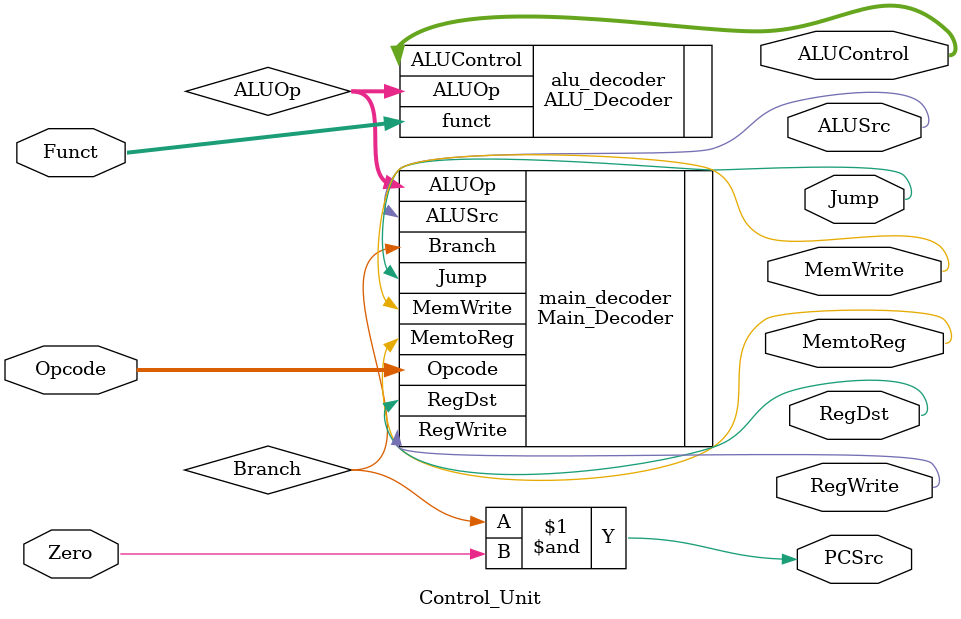
<source format=v>
module Control_Unit(
input  wire [5:0] Opcode,
input  wire [5:0] Funct,
input  wire       Zero,
output wire       RegWrite,
output wire       RegDst,
output wire       ALUSrc,
output wire       PCSrc,
output wire       MemWrite,
output wire       MemtoReg,
output wire       Jump,
output wire [2:0] ALUControl
);

wire [1:0] ALUOp;
wire       Branch;

ALU_Decoder alu_decoder(
.funct(Funct),
.ALUOp(ALUOp),
.ALUControl(ALUControl)
);

Main_Decoder main_decoder(
.Opcode(Opcode),
.RegWrite(RegWrite),
.RegDst(RegDst),
.ALUSrc(ALUSrc),
.Branch(Branch),
.MemWrite(MemWrite),
.MemtoReg(MemtoReg),
.Jump(Jump),
.ALUOp(ALUOp)
);

assign PCSrc = Branch & Zero;

endmodule
</source>
